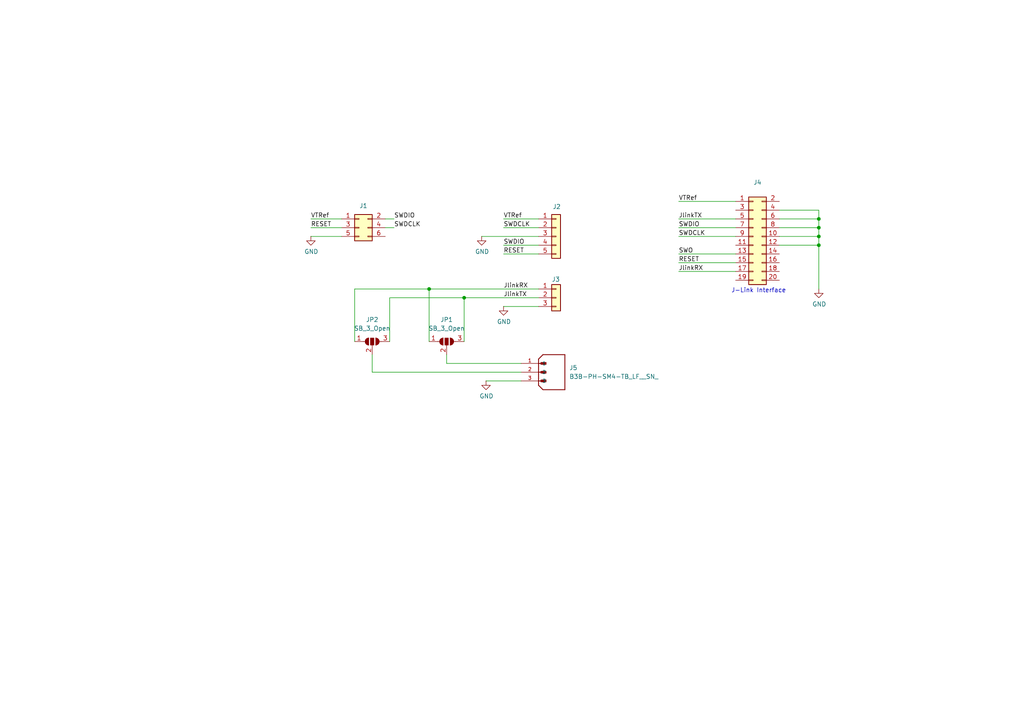
<source format=kicad_sch>
(kicad_sch (version 20250114) (generator "eeschema") (generator_version "9.0")
  (paper "A4")
  (lib_symbols
    (symbol "B3B-PH-SM4-TB_LF__SN_:B3B-PH-SM4-TB_LF__SN_" (pin_names (offset 1.016))
      (property "Reference" "J" (at 0 6.35 0))
      (property "Value" "B3B-PH-SM4-TB_LF__SN_" (at 0 -7.62 0))
      (symbol "B3B-PH-SM4-TB_LF__SN__0_0"
        (polyline (pts (xy 0 3.81) (xy 0 -3.81)) (stroke (width 0.254)))
        (polyline (pts (xy 0 3.81) (xy 1.27 5.08)) (stroke (width 0.254)))
        (polyline (pts (xy 0 2.54) (xy 1.905 2.54)) (stroke (width 0.254)))
        (polyline (pts (xy 0 0) (xy 1.905 0)) (stroke (width 0.254)))
        (polyline (pts (xy 0 -2.54) (xy 1.905 -2.54)) (stroke (width 0.254)))
        (polyline (pts (xy 0 -3.81) (xy 1.27 -5.08)) (stroke (width 0.254)))
        (rectangle (start 0.635 2.2225) (end 2.2225 2.8575) (stroke (width 0.1)) (fill (type outline)))
        (rectangle (start 0.635 -0.3175) (end 2.2225 0.3175) (stroke (width 0.1)) (fill (type outline)))
        (rectangle (start 0.635 -2.8575) (end 2.2225 -2.2225) (stroke (width 0.1)) (fill (type outline)))
        (polyline (pts (xy 1.27 -5.08) (xy 7.62 -5.08)) (stroke (width 0.254)))
        (polyline (pts (xy 7.62 5.08) (xy 1.27 5.08)) (stroke (width 0.254)))
        (polyline (pts (xy 7.62 -5.08) (xy 7.62 5.08)) (stroke (width 0.254)))
        (pin passive line (at -5.08 2.54 0) (length 5.08) (name "1") (number "1"))
        (pin passive line (at -5.08 0 0) (length 5.08) (name "2") (number "2"))
        (pin passive line (at -5.08 -2.54 0) (length 5.08) (name "3") (number "3"))
      )
    )
    (symbol "Connector_Generic:Conn_01x03" (pin_names (offset 1.016) (hide yes))
      (property "Reference" "J" (at 0 5.08 0))
      (property "Value" "Conn_01x03" (at 0 -5.08 0))
      (symbol "Conn_01x03_1_1"
        (rectangle (start -1.27 3.81) (end 1.27 -3.81) (stroke (width 0.254)) (fill (type background)))
        (rectangle (start -1.27 2.667) (end 0 2.413) (stroke (width 0.1524)))
        (rectangle (start -1.27 0.127) (end 0 -0.127) (stroke (width 0.1524)))
        (rectangle (start -1.27 -2.413) (end 0 -2.667) (stroke (width 0.1524)))
        (pin passive line (at -5.08 2.54 0) (length 3.81) (name "Pin_1") (number "1"))
        (pin passive line (at -5.08 0 0) (length 3.81) (name "Pin_2") (number "2"))
        (pin passive line (at -5.08 -2.54 0) (length 3.81) (name "Pin_3") (number "3"))
      )
    )
    (symbol "Connector_Generic:Conn_01x05" (pin_names (offset 1.016) (hide yes))
      (property "Reference" "J" (at 0 7.62 0))
      (property "Value" "Conn_01x05" (at 0 -7.62 0))
      (symbol "Conn_01x05_1_1"
        (rectangle (start -1.27 6.35) (end 1.27 -6.35) (stroke (width 0.254)) (fill (type background)))
        (rectangle (start -1.27 5.207) (end 0 4.953) (stroke (width 0.1524)))
        (rectangle (start -1.27 2.667) (end 0 2.413) (stroke (width 0.1524)))
        (rectangle (start -1.27 0.127) (end 0 -0.127) (stroke (width 0.1524)))
        (rectangle (start -1.27 -2.413) (end 0 -2.667) (stroke (width 0.1524)))
        (rectangle (start -1.27 -4.953) (end 0 -5.207) (stroke (width 0.1524)))
        (pin passive line (at -5.08 5.08 0) (length 3.81) (name "Pin_1") (number "1"))
        (pin passive line (at -5.08 2.54 0) (length 3.81) (name "Pin_2") (number "2"))
        (pin passive line (at -5.08 0 0) (length 3.81) (name "Pin_3") (number "3"))
        (pin passive line (at -5.08 -2.54 0) (length 3.81) (name "Pin_4") (number "4"))
        (pin passive line (at -5.08 -5.08 0) (length 3.81) (name "Pin_5") (number "5"))
      )
    )
    (symbol "Connector_Generic:Conn_02x03_Odd_Even" (pin_names (offset 1.016) (hide yes))
      (property "Reference" "J" (at 1.27 5.08 0))
      (property "Value" "Conn_02x03_Odd_Even" (at 1.27 -5.08 0))
      (symbol "Conn_02x03_Odd_Even_1_1"
        (rectangle (start -1.27 3.81) (end 3.81 -3.81) (stroke (width 0.254)) (fill (type background)))
        (rectangle (start -1.27 2.667) (end 0 2.413) (stroke (width 0.1524)))
        (rectangle (start -1.27 0.127) (end 0 -0.127) (stroke (width 0.1524)))
        (rectangle (start -1.27 -2.413) (end 0 -2.667) (stroke (width 0.1524)))
        (rectangle (start 3.81 2.667) (end 2.54 2.413) (stroke (width 0.1524)))
        (rectangle (start 3.81 0.127) (end 2.54 -0.127) (stroke (width 0.1524)))
        (rectangle (start 3.81 -2.413) (end 2.54 -2.667) (stroke (width 0.1524)))
        (pin passive line (at -5.08 2.54 0) (length 3.81) (name "Pin_1") (number "1"))
        (pin passive line (at -5.08 0 0) (length 3.81) (name "Pin_3") (number "3"))
        (pin passive line (at -5.08 -2.54 0) (length 3.81) (name "Pin_5") (number "5"))
        (pin passive line (at 7.62 2.54 180) (length 3.81) (name "Pin_2") (number "2"))
        (pin passive line (at 7.62 0 180) (length 3.81) (name "Pin_4") (number "4"))
        (pin passive line (at 7.62 -2.54 180) (length 3.81) (name "Pin_6") (number "6"))
      )
    )
    (symbol "Connector_Generic:Conn_02x10_Odd_Even" (pin_names (offset 1.016) (hide yes))
      (property "Reference" "J" (at 1.27 12.7 0))
      (property "Value" "Conn_02x10_Odd_Even" (at 1.27 -15.24 0))
      (symbol "Conn_02x10_Odd_Even_1_1"
        (rectangle (start -1.27 11.43) (end 3.81 -13.97) (stroke (width 0.254)) (fill (type background)))
        (rectangle (start -1.27 10.287) (end 0 10.033) (stroke (width 0.1524)))
        (rectangle (start -1.27 7.747) (end 0 7.493) (stroke (width 0.1524)))
        (rectangle (start -1.27 5.207) (end 0 4.953) (stroke (width 0.1524)))
        (rectangle (start -1.27 2.667) (end 0 2.413) (stroke (width 0.1524)))
        (rectangle (start -1.27 0.127) (end 0 -0.127) (stroke (width 0.1524)))
        (rectangle (start -1.27 -2.413) (end 0 -2.667) (stroke (width 0.1524)))
        (rectangle (start -1.27 -4.953) (end 0 -5.207) (stroke (width 0.1524)))
        (rectangle (start -1.27 -7.493) (end 0 -7.747) (stroke (width 0.1524)))
        (rectangle (start -1.27 -10.033) (end 0 -10.287) (stroke (width 0.1524)))
        (rectangle (start -1.27 -12.573) (end 0 -12.827) (stroke (width 0.1524)))
        (rectangle (start 3.81 10.287) (end 2.54 10.033) (stroke (width 0.1524)))
        (rectangle (start 3.81 7.747) (end 2.54 7.493) (stroke (width 0.1524)))
        (rectangle (start 3.81 5.207) (end 2.54 4.953) (stroke (width 0.1524)))
        (rectangle (start 3.81 2.667) (end 2.54 2.413) (stroke (width 0.1524)))
        (rectangle (start 3.81 0.127) (end 2.54 -0.127) (stroke (width 0.1524)))
        (rectangle (start 3.81 -2.413) (end 2.54 -2.667) (stroke (width 0.1524)))
        (rectangle (start 3.81 -4.953) (end 2.54 -5.207) (stroke (width 0.1524)))
        (rectangle (start 3.81 -7.493) (end 2.54 -7.747) (stroke (width 0.1524)))
        (rectangle (start 3.81 -10.033) (end 2.54 -10.287) (stroke (width 0.1524)))
        (rectangle (start 3.81 -12.573) (end 2.54 -12.827) (stroke (width 0.1524)))
        (pin passive line (at -5.08 10.16 0) (length 3.81) (name "Pin_1") (number "1"))
        (pin passive line (at -5.08 7.62 0) (length 3.81) (name "Pin_3") (number "3"))
        (pin passive line (at -5.08 5.08 0) (length 3.81) (name "Pin_5") (number "5"))
        (pin passive line (at -5.08 2.54 0) (length 3.81) (name "Pin_7") (number "7"))
        (pin passive line (at -5.08 0 0) (length 3.81) (name "Pin_9") (number "9"))
        (pin passive line (at -5.08 -2.54 0) (length 3.81) (name "Pin_11") (number "11"))
        (pin passive line (at -5.08 -5.08 0) (length 3.81) (name "Pin_13") (number "13"))
        (pin passive line (at -5.08 -7.62 0) (length 3.81) (name "Pin_15") (number "15"))
        (pin passive line (at -5.08 -10.16 0) (length 3.81) (name "Pin_17") (number "17"))
        (pin passive line (at -5.08 -12.7 0) (length 3.81) (name "Pin_19") (number "19"))
        (pin passive line (at 7.62 10.16 180) (length 3.81) (name "Pin_2") (number "2"))
        (pin passive line (at 7.62 7.62 180) (length 3.81) (name "Pin_4") (number "4"))
        (pin passive line (at 7.62 5.08 180) (length 3.81) (name "Pin_6") (number "6"))
        (pin passive line (at 7.62 2.54 180) (length 3.81) (name "Pin_8") (number "8"))
        (pin passive line (at 7.62 0 180) (length 3.81) (name "Pin_10") (number "10"))
        (pin passive line (at 7.62 -2.54 180) (length 3.81) (name "Pin_12") (number "12"))
        (pin passive line (at 7.62 -5.08 180) (length 3.81) (name "Pin_14") (number "14"))
        (pin passive line (at 7.62 -7.62 180) (length 3.81) (name "Pin_16") (number "16"))
        (pin passive line (at 7.62 -10.16 180) (length 3.81) (name "Pin_18") (number "18"))
        (pin passive line (at 7.62 -12.7 180) (length 3.81) (name "Pin_20") (number "20"))
      )
    )
    (symbol "Jumper:SolderJumper_3_Open" (pin_names (offset 0) (hide yes)) (in_bom no)
      (property "Reference" "JP" (at -2.54 -2.54 0))
      (property "Value" "SolderJumper_3_Open" (at 0 2.794 0))
      (symbol "SolderJumper_3_Open_0_1"
        (polyline (pts (xy -2.54 0) (xy -2.032 0)))
        (polyline (pts (xy -1.016 1.016) (xy -1.016 -1.016)))
        (arc (start -1.016 -1.016) (mid -2.0276 0) (end -1.016 1.016))
        (arc (start -1.016 -1.016) (mid -2.0276 0) (end -1.016 1.016) (fill (type outline)))
        (rectangle (start -0.508 1.016) (end 0.508 -1.016) (fill (type outline)))
        (polyline (pts (xy 0 -1.27) (xy 0 -1.016)))
        (arc (start 1.016 1.016) (mid 2.0276 0) (end 1.016 -1.016))
        (arc (start 1.016 1.016) (mid 2.0276 0) (end 1.016 -1.016) (fill (type outline)))
        (polyline (pts (xy 1.016 1.016) (xy 1.016 -1.016)))
        (polyline (pts (xy 2.54 0) (xy 2.032 0)))
      )
      (symbol "SolderJumper_3_Open_1_1"
        (pin passive line (at -5.08 0 0) (length 2.54) (name "A") (number "1"))
        (pin passive line (at 0 -3.81 90) (length 2.54) (name "C") (number "2"))
        (pin passive line (at 5.08 0 180) (length 2.54) (name "B") (number "3"))
      )
    )
    (symbol "power:GND" (power) (pin_numbers (hide yes)) (pin_names (offset 0) (hide yes))
      (property "Value" "GND" (at 0 -3.81 0))
      (symbol "GND_0_1"
        (polyline (pts (xy 0 0) (xy 0 -1.27) (xy 1.27 -1.27) (xy 0 -2.54) (xy -1.27 -1.27) (xy 0 -1.27)))
      )
      (symbol "GND_1_1"
        (pin power_in line (at 0 0 270) (length 0) (name "~") (number "1"))
      )
    )
  )
  (text "J-Link Interface" (at 212.09 85.09 0) (effects (font (size 1.27 1.27)) (justify left bottom)))
  (junction (at 134.62 86.36))
  (junction (at 237.49 63.5))
  (junction (at 124.46 83.82))
  (junction (at 237.49 71.12))
  (junction (at 237.49 68.58))
  (junction (at 237.49 66.04))
  (wire (pts (xy 226.06 68.58) (xy 237.49 68.58)))
  (wire (pts (xy 146.05 63.5) (xy 156.21 63.5)))
  (wire (pts (xy 146.05 66.04) (xy 156.21 66.04)))
  (wire (pts (xy 226.06 63.5) (xy 237.49 63.5)))
  (wire (pts (xy 111.76 63.5) (xy 114.3 63.5)))
  (wire (pts (xy 90.17 68.58) (xy 99.06 68.58)))
  (wire (pts (xy 237.49 60.96) (xy 237.49 63.5)))
  (wire (pts (xy 237.49 66.04) (xy 237.49 68.58)))
  (wire (pts (xy 129.54 102.87) (xy 129.54 105.41)))
  (wire (pts (xy 226.06 71.12) (xy 237.49 71.12)))
  (wire (pts (xy 237.49 68.58) (xy 237.49 71.12)))
  (wire (pts (xy 129.54 105.41) (xy 151.13 105.41)))
  (wire (pts (xy 213.36 78.74) (xy 196.85 78.74)))
  (wire (pts (xy 134.62 99.06) (xy 134.62 86.36)))
  (wire (pts (xy 107.95 107.95) (xy 151.13 107.95)))
  (wire (pts (xy 102.87 99.06) (xy 102.87 83.82)))
  (wire (pts (xy 102.87 83.82) (xy 124.46 83.82)))
  (wire (pts (xy 237.49 71.12) (xy 237.49 83.82)))
  (wire (pts (xy 140.97 110.49) (xy 151.13 110.49)))
  (wire (pts (xy 107.95 102.87) (xy 107.95 107.95)))
  (wire (pts (xy 196.85 58.42) (xy 213.36 58.42)))
  (wire (pts (xy 146.05 71.12) (xy 156.21 71.12)))
  (wire (pts (xy 124.46 99.06) (xy 124.46 83.82)))
  (wire (pts (xy 146.05 73.66) (xy 156.21 73.66)))
  (wire (pts (xy 90.17 63.5) (xy 99.06 63.5)))
  (wire (pts (xy 196.85 68.58) (xy 213.36 68.58)))
  (wire (pts (xy 111.76 66.04) (xy 114.3 66.04)))
  (wire (pts (xy 146.05 88.9) (xy 156.21 88.9)))
  (wire (pts (xy 90.17 66.04) (xy 99.06 66.04)))
  (wire (pts (xy 139.7 68.58) (xy 156.21 68.58)))
  (wire (pts (xy 113.03 99.06) (xy 113.03 86.36)))
  (wire (pts (xy 237.49 63.5) (xy 237.49 66.04)))
  (wire (pts (xy 226.06 66.04) (xy 237.49 66.04)))
  (wire (pts (xy 113.03 86.36) (xy 134.62 86.36)))
  (wire (pts (xy 196.85 63.5) (xy 213.36 63.5)))
  (wire (pts (xy 124.46 83.82) (xy 156.21 83.82)))
  (wire (pts (xy 226.06 60.96) (xy 237.49 60.96)))
  (wire (pts (xy 196.85 76.2) (xy 213.36 76.2)))
  (wire (pts (xy 196.85 66.04) (xy 213.36 66.04)))
  (wire (pts (xy 134.62 86.36) (xy 156.21 86.36)))
  (wire (pts (xy 196.85 73.66) (xy 213.36 73.66)))
  (label "SWDIO" (at 146.05 71.12 0))
  (label "RESET" (at 146.05 73.66 0))
  (label "VTRef" (at 90.17 63.5 0))
  (label "SWDCLK" (at 196.85 68.58 0))
  (label "JlinkTX" (at 196.85 63.5 0))
  (label "SWO" (at 196.85 73.66 0))
  (label "JlinkRX" (at 146.05 83.82 0))
  (label "VTRef" (at 196.85 58.42 0))
  (label "JlinkTX" (at 146.05 86.36 0))
  (label "SWDIO" (at 196.85 66.04 0))
  (label "RESET" (at 90.17 66.04 0))
  (label "SWDIO" (at 114.3 63.5 0))
  (label "VTRef" (at 146.05 63.5 0))
  (label "RESET" (at 196.85 76.2 0))
  (label "SWDCLK" (at 146.05 66.04 0))
  (label "SWDCLK" (at 114.3 66.04 0))
  (label "JlinkRX" (at 196.85 78.74 0))
  (symbol (lib_id "Connector_Generic:Conn_02x10_Odd_Even") (at 218.44 68.58 0) (unit 1)
    (property "Reference" "J4" (at 219.71 52.9082 0))
    (property "Value" "Conn_02x10_Odd_Even" (effects (hide yes)))
    (property "Footprint" "Connector_PinSocket_2.54mm:PinSocket_2x10_P2.54mm_Horizontal" (effects (hide yes)))
  )
  (symbol (lib_id "power:GND") (at 237.49 83.82 0) (unit 1)
    (property "Reference" "#PWR0101" (effects (hide yes)))
    (property "Value" "GND" (at 237.617 88.2142 0))
  )
  (symbol (lib_id "Connector_Generic:Conn_01x03") (at 161.29 86.36 0) (unit 1)
    (property "Reference" "J3" (at 160.02 81.026 0) (effects (justify left)))
    (property "Value" "Conn_01x03" (effects (hide yes)))
    (property "Footprint" "Connector_PinHeader_2.54mm:PinHeader_1x03_P2.54mm_Vertical" (effects (hide yes)))
    (property "Description" "Generic connector, single row, 01x03, script generated (kicad-library-utils/schlib/autogen/connector/)" (effects (hide yes)))
  )
  (symbol (lib_id "power:GND") (at 90.17 68.58 0) (unit 1)
    (property "Reference" "#PWR02" (effects (hide yes)))
    (property "Value" "GND" (at 90.297 72.9742 0))
  )
  (symbol (lib_id "Jumper:SolderJumper_3_Open") (at 107.95 99.06 0) (unit 1) (in_bom no)
    (property "Reference" "JP2" (at 107.95 92.71 0))
    (property "Value" "SB_3_Open" (at 107.95 95.25 0))
    (property "Footprint" "Jumper:SolderJumper-3_P1.3mm_Open_RoundedPad1.0x1.5mm" (effects (hide yes)))
    (property "Description" "Solder Jumper, 3-pole, open" (effects (hide yes)))
  )
  (symbol (lib_id "Connector_Generic:Conn_01x05") (at 161.29 68.58 0) (unit 1)
    (property "Reference" "J2" (at 160.274 59.944 0) (effects (justify left)))
    (property "Value" "Conn_01x05" (effects (hide yes)))
    (property "Footprint" "Connector_PinHeader_2.54mm:PinHeader_1x05_P2.54mm_Vertical" (effects (hide yes)))
    (property "Description" "Generic connector, single row, 01x05, script generated (kicad-library-utils/schlib/autogen/connector/)" (effects (hide yes)))
  )
  (symbol (lib_id "Connector_Generic:Conn_02x03_Odd_Even") (at 104.14 66.04 0) (unit 1)
    (property "Reference" "J1" (at 105.41 59.69 0))
    (property "Value" "Conn_02x03_Odd_Even" (effects (hide yes)))
    (property "Footprint" "Connector_PinHeader_2.54mm:PinHeader_2x03_P2.54mm_Vertical" (effects (hide yes)))
    (property "Description" "Generic connector, double row, 02x03, odd/even pin numbering scheme (row 1 odd numbers, row 2 even numbers), script generated (kicad-library-utils/schlib/autogen/connector/)" (effects (hide yes)))
  )
  (symbol (lib_id "Jumper:SolderJumper_3_Open") (at 129.54 99.06 0) (unit 1) (in_bom no)
    (property "Reference" "JP1" (at 129.54 92.71 0))
    (property "Value" "SB_3_Open" (at 129.54 95.25 0))
    (property "Footprint" "Jumper:SolderJumper-3_P1.3mm_Open_RoundedPad1.0x1.5mm" (effects (hide yes)))
    (property "Description" "Solder Jumper, 3-pole, open" (effects (hide yes)))
  )
  (symbol (lib_id "B3B-PH-SM4-TB_LF__SN_:B3B-PH-SM4-TB_LF__SN_") (at 156.21 107.95 0) (unit 1)
    (property "Reference" "J5" (at 165.1 106.6799 0) (effects (justify left)))
    (property "Value" "B3B-PH-SM4-TB_LF__SN_" (at 165.1 109.2199 0) (effects (justify left)))
    (property "Footprint" "Connector_JST:JST_PH_B3B-PH-K_1x03_P2.00mm_Vertical" (effects (hide yes)))
    (property "MF" "JST Sales" (effects (hide yes)))
    (property "SNAPEDA_PACKAGE_ID" "121921" (effects (hide yes)))
    (property "Package" "NON STANDARD-3 JST" (effects (hide yes)))
    (property "Price" "None" (effects (hide yes)))
    (property "Check_prices" "https://www.snapeda.com/parts/B3B-PH-SM4-TB(LF)(SN)/JST/view-part/?ref=eda" (effects (hide yes)))
    (property "STANDARD" "Manufacturer Recommendations" (effects (hide yes)))
    (property "PARTREV" "N/A" (effects (hide yes)))
    (property "SnapEDA_Link" "https://www.snapeda.com/parts/B3B-PH-SM4-TB(LF)(SN)/JST/view-part/?ref=snap" (effects (hide yes)))
    (property "MP" "B3B-PH-SM4-TB(LF)(SN)" (effects (hide yes)))
    (property "Description_1" "Connector Header Surface Mount 3 position 0.079 (2.00mm)" (effects (hide yes)))
    (property "MANUFACTURER" "JST Sales America Inc." (effects (hide yes)))
    (property "Availability" "In Stock" (effects (hide yes)))
    (property "MAXIMUM_PACKAGE_HEIGHT" "6.6 mm" (effects (hide yes)))
  )
  (symbol (lib_id "power:GND") (at 140.97 110.49 0) (unit 1)
    (property "Reference" "#PWR04" (effects (hide yes)))
    (property "Value" "GND" (at 141.097 114.8842 0))
  )
  (symbol (lib_id "power:GND") (at 139.7 68.58 0) (unit 1)
    (property "Reference" "#PWR01" (effects (hide yes)))
    (property "Value" "GND" (at 139.827 72.9742 0))
  )
  (symbol (lib_id "power:GND") (at 146.05 88.9 0) (unit 1)
    (property "Reference" "#PWR03" (effects (hide yes)))
    (property "Value" "GND" (at 146.177 93.2942 0))
  )
)
</source>
